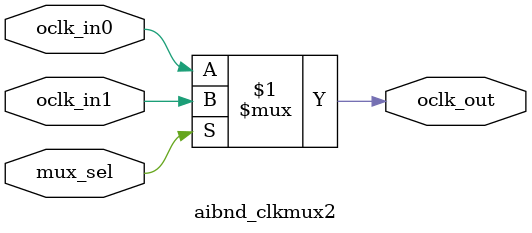
<source format=v>


module aibnd_clkmux2 ( mux_sel, oclk_in1, oclk_in0, oclk_out );

output  oclk_out;

input  oclk_in1, oclk_in0, mux_sel;

// List of primary aliased buses

/*
specify 
    specparam CDS_LIBNAME  = "aibnd_lib";
    specparam CDS_CELLNAME = "aibnd_red_clkmux2";
    specparam CDS_VIEWNAME = "schematic";
endspecify
*/

assign oclk_out = mux_sel ?  oclk_in1 : oclk_in0 ;


endmodule


// End HDL models



</source>
